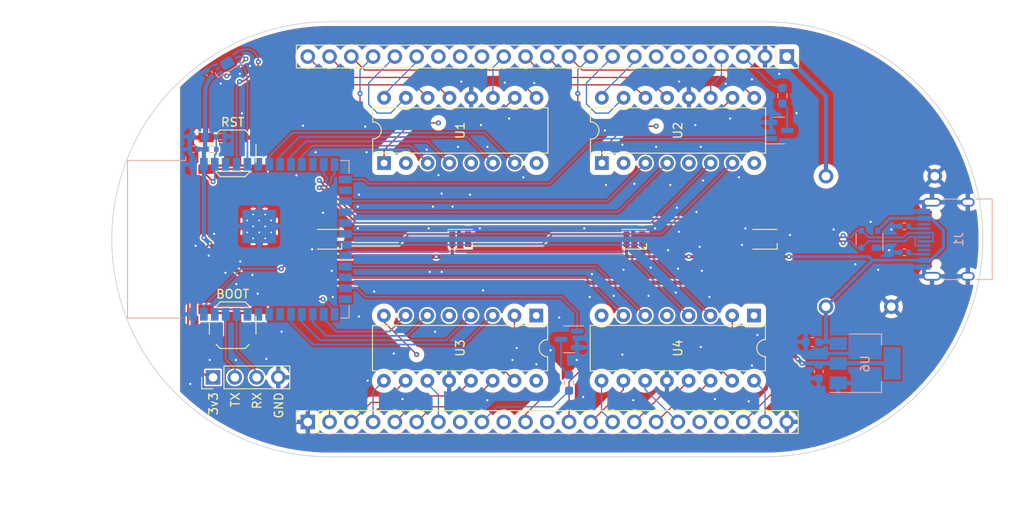
<source format=kicad_pcb>
(kicad_pcb (version 20221018) (generator pcbnew)
  (layers (0 "F.Cu" signal) (1 "In1.Cu" signal) (2 "In2.Cu" signal) (31 "B.Cu" signal) (34 "B.Paste" user) (35 "F.Paste" user) (36 "B.SilkS" user "B.Silkscreen") (37 "F.SilkS" user "F.Silkscreen") (38 "B.Mask" user) (39 "F.Mask" user) (44 "Edge.Cuts" user))
  (net 0 "")
  (net 1 "Net-(J1-CC1)")
  (net 2 "GND")
  (net 3 "Net-(J1-CC2)")
  (net 6 "+5V")
  (net 8 "D+")
  (net 9 "D-")
  (net 10 "1_8")
  (net 11 "1_9")
  (net 12 "1_2")
  (net 13 "1_3")
  (net 14 "1_7")
  (net 15 "1_6")
  (net 16 "1_4")
  (net 17 "1_5")
  (net 18 "1_1")
  (net 19 "1_0")
  (net 20 "RST")
  (net 21 "+3V3")
  (net 22 "Boot")
  (net 24 "SDA")
  (net 25 "SCL")
  (net 27 "RX")
  (net 28 "TX")
  (net 29 "Net-(Q2-D)")
  (net 30 "Net-(Q1-D)")
  (net 32 "C_RDP")
  (net 34 "C_LDP")
  (net 36 "Net-(D2-DOUT)")
  (net 41 "LED")
  (net 42 "Net-(D3-DOUT)")
  (net 43 "1_A")
  (net 44 "1_D")
  (net 45 "1_B")
  (net 46 "1_C")
  (net 47 "2_8")
  (net 48 "2_9")
  (net 49 "2_A")
  (net 50 "2_D")
  (net 51 "2_B")
  (net 52 "2_C")
  (net 53 "2_2")
  (net 54 "2_3")
  (net 55 "2_7")
  (net 56 "2_6")
  (net 57 "2_4")
  (net 58 "2_5")
  (net 59 "2_1")
  (net 60 "2_0")
  (net 61 "3_8")
  (net 62 "3_9")
  (net 63 "3_A")
  (net 64 "3_D")
  (net 65 "3_B")
  (net 66 "3_C")
  (net 67 "3_2")
  (net 68 "3_3")
  (net 69 "3_7")
  (net 70 "3_6")
  (net 71 "3_4")
  (net 72 "3_5")
  (net 73 "3_1")
  (net 74 "3_0")
  (net 75 "4_8")
  (net 76 "4_9")
  (net 77 "4_A")
  (net 78 "4_D")
  (net 79 "4_B")
  (net 80 "4_C")
  (net 81 "4_2")
  (net 82 "4_3")
  (net 83 "4_7")
  (net 84 "4_6")
  (net 85 "4_4")
  (net 86 "4_5")
  (net 87 "4_1")
  (net 88 "4_0")
  (net 89 "+170v")
  (net 90 "RDP")
  (net 91 "LDP")
  (net 92 "Net-(D4-DOUT)")
  (footprint "Package_DIP:DIP-16_W7.62mm" (layer "F.Cu") (at 176.515 92.72 -90)
    (fp_text reference "U3")
    (fp_text value "74141")
  )
  (footprint "omnixie:8200HV" (layer "F.Cu") (at 216.662 84.114 180)
    (fp_text reference "U7" hide)
    (fp_text value "~")
  )
  (footprint "LED_SMD:LED_WS2812B-2020_PLCC4_2.0x2.0mm" (layer "F.Cu") (at 203.2 83.82 180)
    (fp_text reference "D5" hide)
    (fp_text value "~")
  )
  (footprint "Package_DIP:DIP-16_W7.62mm" (layer "F.Cu") (at 184.165 74.92 90)
    (fp_text reference "U2")
    (fp_text value "74141")
  )
  (footprint "Connector_PinHeader_2.54mm:PinHeader_1x04_P2.54mm_Vertical" (layer "F.Cu") (at 138.811 99.949 90)
    (fp_text reference "J2" hide)
    (fp_text value "Debug")
  )
  (footprint "Package_DIP:DIP-16_W7.62mm" (layer "F.Cu") (at 201.915 92.72 -90)
    (fp_text reference "U4")
    (fp_text value "74141")
  )
  (footprint "Connector_PinSocket_2.54mm:PinSocket_1x23_P2.54mm_Vertical" (layer "F.Cu") (at 149.86 105.156 90)
    (fp_text reference "J4" hide)
    (fp_text value "Conn_01x23_Pin")
  )
  (footprint "Connector_PinSocket_2.54mm:PinSocket_1x23_P2.54mm_Vertical" (layer "F.Cu") (at 205.74 62.484 -90)
    (fp_text reference "J3" hide)
    (fp_text value "Conn_01x23_Pin")
  )
  (footprint "Button_Switch_SMD:SW_SPST_SKQG_WithStem" (layer "F.Cu") (at 141.097 73.787 180)
    (fp_text reference "SW1" hide)
    (fp_text value "SW_Push")
  )
  (footprint "LED_SMD:LED_WS2812B-2020_PLCC4_2.0x2.0mm" (layer "F.Cu") (at 187.96 83.82 180)
    (fp_text reference "D4" hide)
    (fp_text value "~")
  )
  (footprint "Button_Switch_SMD:SW_SPST_SKQG_WithStem" (layer "F.Cu") (at 141.097 93.853)
    (fp_text reference "SW2" hide)
    (fp_text value "SW_Push")
  )
  (footprint "LED_SMD:LED_WS2812B-2020_PLCC4_2.0x2.0mm" (layer "F.Cu") (at 167.64 83.82 180)
    (fp_text reference "D3" hide)
    (fp_text value "~")
  )
  (footprint "Package_DIP:DIP-16_W7.62mm" (layer "F.Cu") (at 158.765 74.92 90)
    (fp_text reference "U1")
    (fp_text value "74141")
  )
  (footprint "LED_SMD:LED_WS2812B-2020_PLCC4_2.0x2.0mm" (layer "F.Cu") (at 152.4 83.82 180)
    (fp_text reference "D2" hide)
    (fp_text value "~")
  )
  (footprint "Capacitor_SMD:C_0402_1005Metric" (layer "B.Cu") (at 136.5504 73.3044 180)
    (fp_text reference "C4" hide)
    (fp_text value "100n")
  )
  (footprint "Sensor_Ambient:WSOF6" (layer "B.Cu") (at 140.462 63.246 30)
    (fp_text reference "PD1")
    (fp_text value "BH1730")
  )
  (footprint "Capacitor_SMD:C_0402_1005Metric" (layer "B.Cu") (at 138.3792 64.4652 120)
    (fp_text reference "C6" hide)
    (fp_text value "100n")
  )
  (footprint "Capacitor_SMD:C_0402_1005Metric" (layer "B.Cu") (at 139.672 71.8312)
    (fp_text reference "C5" hide)
    (fp_text value "100n")
  )
  (footprint "Connector_USB:USB_C_Receptacle_HRO_TYPE-C-31-M-12" (layer "B.Cu") (at 225.806 83.82 -90)
    (fp_text reference "J1")
    (fp_text value "Type-C 31-M-12")
  )
  (footprint "Capacitor_SMD:C_0603_1608Metric" (layer "B.Cu") (at 208.712 95.824 180)
    (fp_text reference "C1" hide)
    (fp_text value "10u")
  )
  (footprint "Resistor_SMD:R_0402_1005Metric" (layer "B.Cu") (at 138.684 73.3044 180)
    (fp_text reference "R3" hide)
    (fp_text value "10k")
  )
  (footprint "Capacitor_SMD:C_0603_1608Metric" (layer "B.Cu") (at 137.1092 71.8312 180)
    (fp_text reference "C3" hide)
    (fp_text value "10u")
  )
  (footprint "Resistor_SMD:R_0402_1005Metric" (layer "B.Cu") (at 219.456 82.296 180)
    (fp_text reference "R1" hide)
    (fp_text value "5k1")
  )
  (footprint "Package_TO_SOT_SMD:SOT-143" (layer "B.Cu") (at 215.392 83.82 90)
    (fp_text reference "D1" hide)
    (fp_text value "PRTR5V0U2X")
  )
  (footprint "Capacitor_SMD:C_0603_1608Metric" (layer "B.Cu") (at 209.474 99.2632 -90)
    (fp_text reference "C2" hide)
    (fp_text value "10u")
  )
  (footprint "Resistor_SMD:R_0603_1608Metric_Pad0.98x0.95mm_HandSolder" (layer "B.Cu") (at 180.34 100.584 90)
    (fp_text reference "R5" hide)
    (fp_text value "TBD")
  )
  (footprint "Package_TO_SOT_SMD:SOT-23" (layer "B.Cu") (at 204.851 71.12)
    (fp_text reference "Q1" hide)
    (fp_text value "NMOS_GSD")
  )
  (footprint "Package_TO_SOT_SMD:SOT-223-3_TabPin2" (layer "B.Cu") (at 214.884 98.298)
    (fp_text reference "U6")
    (fp_text value "AMS1117-3.3")
  )
  (footprint "Resistor_SMD:R_0603_1608Metric_Pad0.98x0.95mm_HandSolder" (layer "B.Cu") (at 205.232 67.056 -90)
    (fp_text reference "R4" hide)
    (fp_text value "TBD")
  )
  (footprint "RF_Module:ESP32-S3-WROOM-1" (layer "B.Cu") (at 141.732 83.82 -90)
    (fp_text reference "U5" hide)
    (fp_text value "ESP32-S2-Solo")
  )
  (footprint "Resistor_SMD:R_0402_1005Metric" (layer "B.Cu") (at 219.456 85.344 180)
    (fp_text reference "R2" hide)
    (fp_text value "5k1")
  )
  (footprint "Package_TO_SOT_SMD:SOT-23" (layer "B.Cu") (at 180.34 95.504 180)
    (fp_text reference "Q2" hide)
    (fp_text value "NMOS_GSD")
  )
  (gr_line (start 152.4 109.22) (end 203.2 109.22) (stroke (width 0.1)) (layer "Edge.Cuts"))
  (gr_line (start 152.4 58.42) (end 203.2 58.42) (stroke (width 0.1)) (layer "Edge.Cuts"))
  (gr_arc (start 203.2 58.42) (mid 228.6 83.82) (end 203.2 109.22) (stroke (width 0.1)) (layer "Edge.Cuts"))
  (gr_arc (start 152.4 109.22) (mid 127 83.82) (end 152.4 58.42) (stroke (width 0.1)) (layer "Edge.Cuts"))
  (gr_text "RST" (at 141.097 70.739) (layer "F.SilkS") (effects (font (size 1 1)) (justify bottom)))
  (gr_text "TX" (at 141.986 101.6 90) (layer "F.SilkS") (effects (font (size 1 1)) (justify right bottom)))
  (gr_text "GND" (at 147.066 101.6 90) (layer "F.SilkS") (effects (font (size 1 1)) (justify right bottom)))
  (gr_text "BOOT" (at 141.097 90.805) (layer "F.SilkS") (effects (font (size 1 1)) (justify bottom)))
  (gr_text "RX" (at 144.526 101.6 90) (layer "F.SilkS") (effects (font (size 1 1)) (justify right bottom)))
  (gr_text "3v3" (at 139.446 101.6 90) (layer "F.SilkS") (effects (font (size 1 1)) (justify right bottom)))
  (segment (start 221.761 82.57) (end 220.24 82.57) (width 0.2) (layer "B.Cu") (net 1))
  (segment (start 220.24 82.57) (end 219.966 82.296) (width 0.2) (layer "B.Cu") (net 1))
  (via (at 143.4084 87.9856) (size 0.6) (drill 0.25) (layers "F.Cu" "B.Cu") (net 2))
  (via (at 155.829 78.613) (size 0.6) (drill 0.25) (layers "F.Cu" "B.Cu") (net 2))
  (via (at 170.815 73.025) (size 0.6) (drill 0.25) (layers "F.Cu" "B.Cu") (net 2))
  (via (at 157.607 89.916) (size 0.6) (drill 0.25) (layers "F.Cu" "B.Cu") (net 2))
  (via (at 136.144 100.711) (size 0.6) (drill 0.25) (layers "F.Cu" "B.Cu") (net 2))
  (via (at 182.753 90.551) (size 0.6) (drill 0.25) (layers "F.Cu" "B.Cu") (net 2))
  (via (at 197.358 102.489) (size 0.6) (drill 0.25) (layers "F.Cu" "B.Cu") (net 2))
  (via (at 200.5076 84.4804) (size 0.6) (drill 0.25) (layers "F.Cu" "B.Cu") (net 2))
  (via (at 189.611 90.424) (size 0.6) (drill 0.25) (layers "F.Cu" "B.Cu") (net 2))
  (via (at 182.118 82.55) (size 0.6) (drill 0.25) (layers "F.Cu" "B.Cu") (net 2))
  (via (at 165.481 87.63) (size 0.6) (drill 0.25) (layers "F.Cu" "B.Cu") (net 2))
  (via (at 198.628 65.659) (size 0.6) (drill 0.25) (layers "F.Cu" "B.Cu") (net 2))
  (via (at 192.151 77.47) (size 0.6) (drill 0.25) (layers "F.Cu" "B.Cu") (net 2))
  (via (at 156.845 100.33) (size 0.6) (drill 0.25) (layers "F.Cu" "B.Cu") (net 2))
  (via (at 186.563 72.771) (size 0.6) (drill 0.25) (layers "F.Cu" "B.Cu") (net 2))
  (via (at 215.519 81.788) (size 0.6) (drill 0.25) (layers "F.Cu" "B.Cu") (net 2))
  (via (at 181.991 102.235) (size 0.6) (drill 0.25) (layers "F.Cu" "B.Cu") (net 2))
  (via (at 195.707 96.393) (size 0.6) (drill 0.25) (layers "F.Cu" "B.Cu") (net 2))
  (via (at 204.851 64.516) (size 0.6) (drill 0.25) (layers "F.Cu" "B.Cu") (net 2))
  (via (at 196.723 90.551) (size 0.6) (drill 0.25) (layers "F.Cu" "B.Cu") (net 2))
  (via (at 195.072 70.485) (size 0.6) (drill 0.25) (layers "F.Cu" "B.Cu") (net 2))
  (via (at 193.167 65.405) (size 0.6) (drill 0.25) (layers "F.Cu" "B.Cu") (net 2))
  (via (at 185.547 90.424) (size 0.6) (drill 0.25) (layers "F.Cu" "B.Cu") (net 2))
  (via (at 175.006 76.581) (size 0.6) (drill 0.25) (layers "F.Cu" "B.Cu") (net 2))
  (via (at 192.913 80.137) (size 0.6) (drill 0.25) (layers "F.Cu" "B.Cu") (net 2))
  (via (at 155.702 82.55) (size 0.6) (drill 0.25) (layers "F.Cu" "B.Cu") (net 2))
  (via (at 193.04 87.249) (size 0.6) (drill 0.25) (layers "F.Cu" "B.Cu") (net 2))
  (via (at 217.932 82.677) (size 0.6) (drill 0.25) (layers "F.Cu" "B.Cu") (net 2))
  (via (at 167.386 73.025) (size 0.6) (drill 0.25) (layers "F.Cu" "B.Cu") (net 2))
  (via (at 192.786 90.043) (size 0.6) (drill 0.25) (layers "F.Cu" "B.Cu") (net 2))
  (via (at 164.465 80.01) (size 0.6) (drill 0.25) (layers "F.Cu" "B.Cu") (net 2))
  (via (at 143.129 63.5762) (size 0.6) (drill 0.25) (layers "F.Cu" "B.Cu") (net 2))
  (via (at 173.736 97.917) (size 0.6) (drill 0.25) (layers "F.Cu" "B.Cu") (net 2))
  (via (at 151.638 80.7212) (size 0.6) (drill 0.25) (layers "F.Cu" "B.Cu") (net 2))
  (via (at 211.201 82.677) (size 0.6) (drill 0.25) (layers "F.Cu" "B.Cu") (net 2))
  (via (at 195.707 73.025) (size 0.6) (drill 0.25) (layers "F.Cu" "B.Cu") (net 2))
  (via (at 200.152 76.581) (size 0.6) (drill 0.25) (layers "F.Cu" "B.Cu") (net 2))
  (via (at 186.563 97.282) (size 0.6) (drill 0.25) (layers "F.Cu" "B.Cu") (net 2))
  (via (at 163.957 82.55) (size 0.6) (drill 0.25) (layers "F.Cu" "B.Cu") (net 2))
  (via (at 178.181 96.774) (size 0.6) (drill 0.25) (layers "F.Cu" "B.Cu") (net 2))
  (via (at 156.5656 70.6628) (size 0.6) (drill 0.25) (layers "F.Cu" "B.Cu") (net 2))
  (via (at 199.136 69.723) (size 0.6) (drill 0.25) (layers "F.Cu" "B.Cu") (net 2))
  (via (at 150.7744 73.66) (size 0.6) (drill 0.25) (layers "F.Cu" "B.Cu") (net 2))
  (via (at 201.676 98.552) (size 0.6) (drill 0.25) (layers "F.Cu" "B.Cu") (net 2))
  (via (at 170.815 102.616) (size 0.6) (drill 0.25) (layers "F.Cu" "B.Cu") (net 2))
  (via (at 186.69 87.376) (size 0.6) (drill 0.25) (layers "F.Cu" "B.Cu") (net 2))
  (via (at 145.034 97.79) (size 0.6) (drill 0.25) (layers "F.Cu" "B.Cu") (net 2))
  (via (at 213.741 86.741) (size 0.6) (drill 0.25) (layers "F.Cu" "B.Cu") (net 2))
  (via (at 189.865 87.122) (size 0.6) (drill 0.25) (layers "F.Cu" "B.Cu") (net 2))
  (via (at 140.2588 87.7316) (size 0.6) (drill 0.25) (layers "F.Cu" "B.Cu") (net 2))
  (via (at 176.53 98.425) (size 0.6) (drill 0.25) (layers "F.Cu" "B.Cu") (net 2))
  (via (at 138.303 85.725) (size 0.6) (drill 0.25) (layers "F.Cu" "B.Cu") (net 2))
  (via (at 138.43 97.917) (size 0.6) (drill 0.25) (layers "F.Cu" "B.Cu") (net 2))
  (via (at 156.718 73.66) (size 0.6) (drill 0.25) (layers "F.Cu" "B.Cu") (net 2))
  (via (at 149.3012 70.5612) (size 0.6) (drill 0.25) (layers "F.Cu" "B.Cu") (net 2))
  (via (at 184.658 77.47) (size 0.6) (drill 0.25) (layers "F.Cu" "B.Cu") (net 2))
  (via (at 164.719 94.615) (size 0.6) (drill 0.25) (layers "F.Cu" "B.Cu") (net 2))
  (via (at 160.909 102.489) (size 0.6) (drill 0.25) (layers "F.Cu" "B.Cu") (net 2))
  (via (at 179.197 92.964) (size 0.6) (drill 0.25) (layers "F.Cu" "B.Cu") (net 2))
  (via (at 173.355 69.723) (size 0.6) (drill 0.25) (layers "F.Cu" "B.Cu") (net 2))
  (via (at 150.368 84.9884) (size 0.6) (drill 0.25) (layers "F.Cu" "B.Cu") (net 2))
  (via (at 141.478 97.917) (size 0.6) (drill 0.25) (layers "F.Cu" "B.Cu") (net 2))
  (via (at 206.121 83.312) (size 0.6) (drill 0.25) (layers "F.Cu" "B.Cu") (net 2))
  (via (at 190.5 73.025) (size 0.6) (drill 0.25) (layers "F.Cu" "B.Cu") (net 2))
  (via (at 184.531 71.12) (size 0.6) (drill 0.25) (layers "F.Cu" "B.Cu") (net 2))
  (via (at 200.914 82.55) (size 0.6) (drill 0.25) (layers "F.Cu" "B.Cu") (net 2))
  (via (at 144.018 90.17) (size 0.6) (drill 0.25) (layers "F.Cu" "B.Cu") (net 2))
  (via (at 166.751 80.01) (size 0.6) (drill 0.25) (layers "F.Cu" "B.Cu") (net 2))
  (via (at 165.1 76.327) (size 0.6) (drill 0.25) (layers "F.Cu" "B.Cu") (net 2))
  (via (at 201.295 102.743) (size 0.6) (drill 0.25) (layers "F.Cu" "B.Cu") (net 2))
  (via (at 159.893 97.155) (size 0.6) (drill 0.25) (layers "F.Cu" "B.Cu") (net 2))
  (via (at 216.408 87.376) (size 0.6) (drill 0.25) (layers "F.Cu" "B.Cu") (net 2))
  (via (at 138.938 83.185) (size 0.6) (drill 0.25) (layers "F.Cu" "B.Cu") (net 2))
  (via (at 163.7284 73.3552) (size 0.6) (drill 0.25) (layers "F.Cu" "B.Cu") (net 2))
  (via (at 152.654 87.503) (size 0.6) (drill 0.25) (layers "F.Cu" "B.Cu") (net 2))
  (via (at 142.1892 69.1134) (size 0.6) (drill 0.25) (layers "F.Cu" "B.Cu") (net 2))
  (via (at 146.812 94.615) (size 0.6) (drill 0.25) (layers "F.Cu" "B.Cu") (net 2))
  (via (at 164.084 87.63) (size 0.6) (drill 0.25) (layers "F.Cu" "B.Cu") (net 2))
  (via (at 141.5288 89.0524) (size 0.6) (drill 0.25) (layers "F.Cu" "B.Cu") (net 2))
  (via (at 193.167 82.931) (size 0.6) (drill 0.25) (layers "F.Cu" "B.Cu") (net 2))
  (via (at 195.961 76.962) (size 0.6) (drill 0.25) (layers "F.Cu" "B.Cu") (net 2))
  (via (at 168.783 78.613) (size 0.6) (drill 0.25) (layers "F.Cu" "B.Cu") (net 2))
  (via (at 190.373 82.55) (size 0.6) (drill 0.25) (layers "F.Cu" "B.Cu") (net 2))
  (via (at 136.779 84.582) (size 0.6) (drill 0.25) (layers "F.Cu" "B.Cu") (net 2))
  (via (at 187.96 77.343) (size 0.6) (drill 0.25) (layers "F.Cu" "B.Cu") (net 2))
  (via (at 141.986 86.4108) (size 0.6) (drill 0.25) (layers "F.Cu" "B.Cu") (net 2))
  (via (at 195.199 80.645) (size 0.6) (drill 0.25) (layers "F.Cu" "B.Cu") (net 2))
  (via (at 170.053 70.485) (size 0.6) (drill 0.25) (layers "F.Cu" "B.Cu") (net 2))
  (via (at 169.926 82.55) (size 0.6) (drill 0.25) (layers "F.Cu" "B.Cu") (net 2))
  (via (at 155.829 92.837) (size 0.6) (drill 0.25) (layers "F.Cu" "B.Cu") (net 2))
  (via (at 174.244 96.52) (size 0.6) (drill 0.25) (layers "F.Cu" "B.Cu") (net 2))
  (via (at 191.897 85.09) (size 0.6) (drill 0.25) (layers "F.Cu" "B.Cu") (net 2))
  (via (at 139.7 65.6336) (size 0.6) (drill 0.25) (layers "F.Cu" "B.Cu") (net 2))
  (via (at 155.702 80.01) (size 0.6) (drill 0.25) (layers "F.Cu" "B.Cu") (net 2))
  (via (at 195.834 87.503) (size 0.6) (drill 0.25) (layers "F.Cu" "B.Cu") (net 2))
  (via (at 201.676 65.151) (size 0.6) (drill 0.25) (layers "F.Cu" "B.Cu") (net 2))
  (via (at 172.847 65.532) (size 0.6) (drill 0.25) (layers "F.Cu" "B.Cu") (net 2))
  (via (at 181.229 97.917) (size 0.6) (drill 0.25) (layers "F.Cu" "B.Cu") (net 2))
  (via (at 202.311 94.996) (size 0.6) (drill 0.25) (layers "F.Cu" "B.Cu") (net 2))
  (via (at 141.9352 64.4906) (size 0.6) (drill 0.25) (layers "F.Cu" "B.Cu") (net 2))
  (via (at 206.883 69.088) (size 0.6) (drill 0.25) (layers "F.Cu" "B.Cu") (net 2))
  (via (at 183.007 87.884) (size 0.6) (drill 0.25) (layers "F.Cu" "B.Cu") (net 2))
  (via (at 217.678 85.09) (size 0.6) (drill 0.25) (layers "F.Cu" "B.Cu") (net 2))
  (via (at 152.781 90.551) (size 0.6) (drill 0.25) (layers "F.Cu" "B.Cu") (net 2))
  (via (at 187.833 102.616) (size 0.6) (drill 0.25) (layers "F.Cu" "B.Cu") (net 2))
  (via (at 176.276 65.5828) (size 0.6) (drill 0.25) (layers "F.Cu" "B.Cu") (net 2))
  (via (at 165.481 78.486) (size 0.6) (drill 0.25) (layers "F.Cu" "B.Cu") (net 2))
  (via (at 167.767 65.405) (size 0.6) (drill 0.25) (layers "F.Cu" "B.Cu") (net 2))
  (via (at 148.5392 76.3524) (size 0.6) (drill 0.25) (layers "F.Cu" "B.Cu") (net 2))
  (via (at 195.58 84.709) (size 0.6) (drill 0.25) (layers "F.Cu" "B.Cu") (net 2))
  (via (at 170.307 89.789) (size 0.6) (drill 0.25) (layers "F.Cu" "B.Cu") (net 2))
  (segment (start 221.761 87.903) (end 221.998 88.14) (width 0.5) (layer "B.Cu") (net 2))
  (segment (start 136.0704 73.7388) (end 136.0704 73.3044) (width 0.5) (layer "B.Cu") (net 2))
  (segment (start 221.761 87.07) (end 221.761 87.903) (width 0.5) (layer "B.Cu") (net 2))
  (segment (start 221.998 88.14) (end 222.676 88.14) (width 0.5) (layer "B.Cu") (net 2))
  (segment (start 136.0704 72.095) (end 136.0704 73.3044) (width 0.5) (layer "B.Cu") (net 2))
  (segment (start 136.472 74.1404) (end 136.0704 73.7388) (width 0.5) (layer "B.Cu") (net 2))
  (segment (start 136.472 75.07) (end 136.472 74.1404) (width 0.5) (layer "B.Cu") (net 2))
  (segment (start 138.492737 63.69597) (end 138.1392 64.049508) (width 0.2) (layer "B.Cu") (net 2))
  (segment (start 136.3342 71.8312) (end 136.0704 72.095) (width 0.5) (layer "B.Cu") (net 2))
  (arc (start 139.108148 63.441059) (mid 138.77509 63.507308) (end 138.492737 63.69597) (width 0.2) (layer "B.Cu") (net 2))
  (segment (start 220.192 85.57) (end 219.966 85.344) (width 0.2) (layer "B.Cu") (net 3))
  (segment (start 221.761 85.57) (end 220.192 85.57) (width 0.2) (layer "B.Cu") (net 3))
  (segment (start 151.485 84.37) (end 151.485 85.191) (width 0.5) (layer "F.Cu") (net 6))
  (segment (start 202.285 85.699) (end 202.285 84.37) (width 0.35) (layer "F.Cu") (net 6))
  (segment (start 152.146 85.852) (end 168.207 85.852) (width 0.5) (layer "F.Cu") (net 6))
  (segment (start 202.438 85.852) (end 196.85 85.852) (width 0.35) (layer "F.Cu") (net 6))
  (segment (start 196.85 85.852) (end 194.31 85.852) (width 0.35) (layer "F.Cu") (net 6))
  (segment (start 202.438 85.852) (end 202.285 85.699) (width 0.35) (layer "F.Cu") (net 6))
  (segment (start 187.045 85.699) (end 187.045 84.37) (width 0.35) (layer "F.Cu") (net 6))
  (segment (start 168.207 85.852) (end 166.878 85.852) (width 0.35) (layer "F.Cu") (net 6))
  (segment (start 187.198 85.852) (end 168.207 85.852) (width 0.35) (layer "F.Cu") (net 6))
  (segment (start 166.878 85.852) (end 166.725 85.699) (width 0.35) (layer "F.Cu") (net 6))
  (segment (start 194.31 85.852) (end 187.198 85.852) (width 0.35) (layer "F.Cu") (net 6))
  (segment (start 187.198 85.852) (end 187.045 85.699) (width 0.35) (layer "F.Cu") (net 6))
  (segment (start 151.485 85.191) (end 152.146 85.852) (width 0.5) (layer "F.Cu") (net 6))
  (segment (start 205.994 85.852) (end 202.438 85.852) (width 0.35) (layer "F.Cu") (net 6))
  (segment (start 166.725 85.699) (end 166.725 84.37) (width 0.35) (layer "F.Cu") (net 6))
  (via (at 164.846 85.852) (size 0.6) (drill 0.25) (layers "F.Cu" "B.Cu") (net 6))
  (via (at 205.994 85.852) (size 0.6) (drill 0.25) (layers "F.Cu" "B.Cu") (net 6))
  (via (at 194.31 85.852) (size 0.6) (drill 0.25) (layers "F.Cu" "B.Cu") (net 6))
  (segment (start 221.761 81.37) (end 222.58534 81.37) (width 0.35) (layer "B.Cu") (net 6))
  (segment (start 221.761 81.37) (end 217.792 81.37) (width 0.35) (layer "B.Cu") (net 6))
  (segment (start 215.736 86.27) (end 210.312 91.694) (width 0.35) (layer "B.Cu") (net 6))
  (segment (start 222.58534 81.37) (end 224.028 82.81266) (width 0.35) (layer "B.Cu") (net 6))
  (segment (start 215.736 86.27) (end 215.318 85.852) (width 0.35) (layer "B.Cu") (net 6))
  (segment (start 209.487 95.824) (end 210.312 95.824) (width 0.5) (layer "B.Cu") (net 6))
  (segment (start 215.318 85.852) (end 205.994 85.852) (width 0.35) (layer "B.Cu") (net 6))
  (segment (start 224.028 82.81266) (end 224.028 84.7725) (width 0.35) (layer "B.Cu") (net 6))
  (segment (start 221.761 86.27) (end 215.736 86.27) (width 0.35) (layer "B.Cu") (net 6))
  (segment (start 224.028 84.7725) (end 222.5305 86.27) (width 0.35) (layer "B.Cu") (net 6))
  (segment (start 222.5305 86.27) (end 221.761 86.27) (width 0.35) (layer "B.Cu") (net 6))
  (segment (start 210.312 91.694) (end 210.312 95.824) (width 0.5) (layer "B.Cu") (net 6))
  (segment (start 211.56 95.824) (end 211.734 95.998) (width 0.5) (layer "B.Cu") (net 6))
  (segment (start 210.312 95.824) (end 211.56 95.824) (width 0.5) (layer "B.Cu") (net 6))
  (segment (start 217.792 81.37) (end 216.342 82.82) (width 0.35) (layer "B.Cu") (net 6))
  (segment (start 212.12079 84.045001) (end 212.320789 84.245) (width 0.2) (layer "F.Cu") (net 8))
  (segment (start 151.414499 77.795319) (end 155.50518 81.886) (width 0.2) (layer "F.Cu") (net 8))
  (segment (start 155.50518 81.886) (end 208.4408 81.886) (width 0.2) (layer "F.Cu") (net 8))
  (segment (start 208.4408 81.886) (end 210.599801 84.045001) (width 0.2) (layer "F.Cu") (net 8))
  (segment (start 210.599801 84.045001) (end 212.12079 84.045001) (width 0.2) (layer "F.Cu") (net 8))
  (segment (start 151.200896 77.795319) (end 151.414499 77.795319) (width 0.2) (layer "F.Cu") (net 8))
  (via (at 151.200896 77.795319) (size 0.6) (drill 0.25) (layers "F.Cu" "B.Cu") (net 8))
  (via (at 212.320789 84.245) (size 0.6) (drill 0.25) (layers "F.Cu" "B.Cu") (net 8))
  (segment (start 214.492 84.82) (end 215.267 84.045) (width 0.2) (layer "B.Cu") (net 8))
  (segment (start 220.786 84.57) (end 221.761 84.57) (width 0.2) (layer "B.Cu") (net 8))
  (segment (start 221.761 83.57) (end 220.786 83.57) (width 0.2) (layer "B.Cu") (net 8))
  (segment (start 220.0492 83.545) (end 220.902499 83.545) (width 0.2) (layer "B.Cu") (net 8))
  (segment (start 220.927499 83.57) (end 221.761 83.57) (width 0.2) (layer "B.Cu") (net 8))
  (segment (start 151.400895 77.59532) (end 151.200896 77.795319) (width 0.2) (layer "B.Cu") (net 8))
  (segment (start 215.267 84.045) (end 219.5492 84.045) (width 0.2) (layer "B.Cu") (net 8))
  (segment (start 220.902499 83.545) (end 220.927499 83.57) (width 0.2) (layer "B.Cu") (net 8))
  (segment (start 152.982 75.07) (end 152.982 76.195001) (width 0.2) (layer "B.Cu") (net 8))
  (segment (start 219.5492 84.045) (end 220.0492 83.545) (width 0.2) (layer "B.Cu") (net 8))
  (segment (start 213.916999 84.82) (end 213.141998 84.045001) (width 0.2) (layer "B.Cu") (net 8))
  (segment (start 220.786 83.57) (end 220.726 83.63) (width 0.2) (layer "B.Cu") (net 8))
  (segment (start 213.141998 84.045001) (end 212.520788 84.045001) (width 0.2) (layer "B.Cu") (net 8))
  (segment (start 152.982 76.195001) (end 152.572 76.605001) (width 0.2) (layer "B.Cu") (net 8))
  (segment (start 220.726 84.51) (end 220.786 84.57) (width 0.2) (layer "B.Cu") (net 8))
  (segment (start 214.442 84.82) (end 214.492 84.82) (width 0.2) (layer "B.Cu") (net 8))
  (segment (start 152.572 77.108199) (end 152.084879 77.59532) (width 0.2) (layer "B.Cu") (net 8))
  (segment (start 212.520788 84.045001) (end 212.320789 84.245) (width 0.2) (layer "B.Cu") (net 8))
  (segment (start 152.572 76.605001) (end 152.572 77.108199) (width 0.2) (layer "B.Cu") (net 8))
  (segment (start 214.442 84.82) (end 213.916999 84.82) (width 0.2) (layer "B.Cu") (net 8))
  (segment (start 220.726 83.63) (end 220.726 84.51) (width 0.2) (layer "B.Cu") (net 8))
  (segment (start 152.084879 77.59532) (end 151.400895 77.59532) (width 0.2) (layer "B.Cu") (net 8))
  (segment (start 210.786199 83.594999) (end 212.12079 83.594999) (width 0.2) (layer "F.Cu") (net 9))
  (segment (start 155.691577 81.436) (end 208.6272 81.436) (width 0.2) (layer "F.Cu") (net 9))
  (segment (start 212.12079 83.594999) (end 212.320789 83.395) (width 0.2) (layer "F.Cu") (net 9))
  (segment (start 208.6272 81.436) (end 210.786199 83.594999) (width 0.2) (layer "F.Cu") (net 9))
  (segment (start 151.200896 76.945319) (end 155.691577 81.436) (width 0.2) (layer "F.Cu") (net 9))
  (via (at 212.320789 83.395) (size 0.6) (drill 0.25) (layers "F.Cu" "B.Cu") (net 9))
  (via (at 151.200896 76.945319) (size 0.6) (drill 0.25) (layers "F.Cu" "B.Cu") (net 9))
  (segment (start 213.141998 83.594999) (end 212.520788 83.594999) (width 0.2) (layer "B.Cu") (net 9))
  (segment (start 219.8628 83.095) (end 220.902499 83.095) (width 0.2) (layer "B.Cu") (net 9))
  (segment (start 222.736 84.07) (end 221.761 84.07) (width 0.2) (layer "B.Cu") (net 9))
  (segment (start 222.736 83.07) (end 222.786 83.12) (width 0.2) (layer "B.Cu") (net 9))
  (segment (start 214.492 82.82) (end 215.267 83.595) (width 0.2) (layer "B.Cu") (net 9))
  (segment (start 151.712 76.195001) (end 152.122 76.605001) (width 0.2) (layer "B.Cu") (net 9))
  (segment (start 222.786 84.02) (end 222.736 84.07) (width 0.2) (layer "B.Cu") (net 9))
  (segment (start 152.122 76.921801) (end 151.898483 77.145318) (width 0.2) (layer "B.Cu") (net 9))
  (segment (start 222.786 83.12) (end 222.786 84.02) (width 0.2) (layer "B.Cu") (net 9))
  (segment (start 152.122 76.605001) (end 152.122 76.921801) (width 0.2) (layer "B.Cu") (net 9))
  (segment (start 221.761 83.07) (end 222.736 83.07) (width 0.2) (layer "B.Cu") (net 9))
  (segment (start 151.400895 77.145318) (end 151.200896 76.945319) (width 0.2) (layer "B.Cu") (net 9))
  (segment (start 151.712 75.07) (end 151.712 76.195001) (width 0.2) (layer "B.Cu") (net 9))
  (segment (start 220.902499 83.095) (end 220.927499 83.07) (width 0.2) (layer "B.Cu") (net 9))
  (segment (start 214.442 82.82) (end 214.492 82.82) (width 0.2) (layer "B.Cu") (net 9))
  (segment (start 213.916999 82.82) (end 213.141998 83.594999) (width 0.2) (layer "B.Cu") (net 9))
  (segment (start 214.442 82.82) (end 213.916999 82.82) (width 0.2) (layer "B.Cu") (net 9))
  (segment (start 215.267 83.595) (end 219.3628 83.595) (width 0.2) (layer "B.Cu") (net 9))
  (segment (start 220.927499 83.07) (end 221.761 83.07) (width 0.2) (layer "B.Cu") (net 9))
  (segment (start 219.3628 83.595) (end 219.8628 83.095) (width 0.2) (layer "B.Cu") (net 9))
  (segment (start 151.898483 77.145318) (end 151.400895 77.145318) (width 0.2) (layer "B.Cu") (net 9))
  (segment (start 212.520788 83.594999) (end 212.320789 83.395) (width 0.2) (layer "B.Cu") (net 9))
  (segment (start 158.765 73.391) (end 158.765 74.92) (width 0.15) (layer "F.Cu") (net 10))
  (segment (start 165.1 70.231) (end 161.925 70.231) (width 0.15) (layer "F.Cu") (net 10))
  (segment (start 161.925 70.231) (end 158.765 73.391) (width 0.15) (layer "F.Cu") (net 10))
  (via (at 165.1 70.231) (size 0.6) (drill 0.25) (layers "F.Cu" "B.Cu") (net 10))
  (segment (start 173.3038 64.0588) (end 176.545 67.3) (width 0.15) (layer "F.Cu") (net 13))
  (segment (start 156.4898 64.0588) (end 173.3038 64.0588) (width 0.15) (layer "F.Cu") (net 13))
  (segment (start 154.94 62.509) (end 156.4898 64.0588) (width 0.15) (layer "F.Cu") (net 13))
  (segment (start 157.48 69.85) (end 155.956 68.326) (width 0.15) (layer "F.Cu") (net 14))
  (segment (start 172.09 69.215) (end 161.163 69.215) (width 0.15) (layer "F.Cu") (net 14))
  (segment (start 160.528 69.85) (end 157.48 69.85) (width 0.15) (layer "F.Cu") (net 14))
  (segment (start 174.005 67.3) (end 172.09 69.215) (width 0.15) (layer "F.Cu") (net 14))
  (segment (start 155.956 68.326) (end 155.956 66.802) (width 0.15) (layer "F.Cu") (net 14))
  (segment (start 161.163 69.215) (end 160.528 69.85) (width 0.15) (layer "F.Cu") (net 14))
  (via (at 155.956 66.802) (size 0.6) (drill 0.25) (layers "F.Cu" "B.Cu") (net 14))
  (segment (start 155.956 66.802) (end 155.956 64.033) (width 0.15) (layer "B.Cu") (net 14))
  (segment (start 155.956 64.033) (end 157.48 62.509) (width 0.15) (layer "B.Cu") (net 14))
  (segment (start 171.465 63.764) (end 172.72 62.509) (width 0.15) (layer "B.Cu") (net 15))
  (segment (start 171.465 67.3) (end 171.465 63.764) (width 0.15) (layer "B.Cu") (net 15))
  (segment (start 152.4 62.509) (end 154.8134 64.9224) (width 0.15) (layer "F.Cu") (net 16))
  (segment (start 164.0074 64.9224) (end 166.385 67.3) (width 0.15) (layer "F.Cu") (net 16))
  (segment (start 154.8134 64.9224) (end 164.0074 64.9224) (width 0.15) (layer "F.Cu") (net 16))
  (segment (start 153.137 65.786) (end 149.86 62.509) (width 0.15) (layer "F.Cu") (net 17))
  (segment (start 162.331 65.786) (end 153.137 65.786) (width 0.15) (layer "F.Cu") (net 17))
  (segment (start 163.845 67.3) (end 162.331 65.786) (width 0.15) (layer "F.Cu") (net 17))
  (segment (start 159.517 69.088) (end 157.988 69.088) (width 0.15) (layer "B.Cu") (net 18))
  (segment (start 156.972 68.072) (end 156.972 65.557) (width 0.15) (layer "B.Cu") (net 18))
  (segment (start 161.305 67.3) (end 159.517 69.088) (width 0.15) (layer "B.Cu") (net 18))
  (segment (start 157.988 69.088) (end 156.972 68.072) (width 0.15) (layer "B.Cu") (net 18))
  (segment (start 156.972 65.557) (end 160.02 62.509) (width 0.15) (layer "B.Cu") (net 18))
  (segment (start 158.765 67.3) (end 158.765 66.914) (width 0.15) (layer "B.Cu") (net 19))
  (segment (start 162.56 63.119) (end 162.56 62.509) (width 0.15) (layer "B.Cu") (net 19))
  (segment (start 158.765 66.914) (end 162.56 63.119) (width 0.15) (layer "B.Cu") (net 19))
  (segment (start 138.811 77.089) (end 137.997 76.275) (width 0.2) (layer "F.Cu") (net 20))
  (segment (start 144.197 75.637) (end 137.997 75.637) (width 0.2) (layer "F.Cu") (net 20))
  (segment (start 137.997 76.275) (end 137.997 75.637) (width 0.2) (layer "F.Cu") (net 20))
  (via (at 138.811 77.089) (size 0.6) (drill 0.25) (layers "F.Cu" "B.Cu") (net 20))
  (segment (start 139.012 73.9807) (end 139.194 73.7987) (width 0.2) (layer "B.Cu") (net 20))
  (segment (start 139.012 75.07) (end 139.012 73.9807) (width 0.2) (layer "B.Cu") (net 20))
  (segment (start 139.194 73.3044) (end 139.194 71.8332) (width 0.2) (layer "B.Cu") (net 20))
  (segment (start 139.012 76.888) (end 139.012 75.07) (width 0.2) (layer "B.Cu") (net 20))
  (segment (start 139.194 73.7987) (end 139.194 73.3044) (width 0.2) (layer "B.Cu") (net 20))
  (segment (start 139.194 71.8332) (end 139.192 71.8312) (width 0.2) (layer "B.Cu") (net 20))
  (segment (start 138.811 77.089) (end 139.012 76.888) (width 0.2) (layer "B.Cu") (net 20))
  (segment (start 135.89 97.663) (end 135.89 86.868) (width 0.2) (layer "F.Cu") (net 21))
  (segment (start 207.518 98.298) (end 207.01 97.79) (width 0.5) (layer "F.Cu") (net 21))
  (segment (start 143.002 88.9) (end 204.47 88.9) (width 0.5) (layer "F.Cu") (net 21))
  (segment (start 205.74 96.52) (end 207.01 97.79) (width 0.5) (layer "F.Cu") (net 21))
  (segment (start 204.47 88.9) (end 205.74 90.17) (width 0.5) (layer "F.Cu") (net 21))
  (segment (start 138.3792 84.2772) (end 137.742 83.64) (width 0.5) (layer "F.Cu") (net 21))
  (segment (start 205.74 90.17) (end 205.74 96.52) (width 0.5) (layer "F.Cu") (net 21))
  (segment (start 138.176 99.949) (end 135.89 97.663) (width 0.2) (layer "F.Cu") (net 21))
  (segment (start 138.3792 84.2772) (end 143.002 88.9) (width 0.5) (layer "F.Cu") (net 21))
  (segment (start 135.89 86.868) (end 138.43 84.328) (width 0.2) (layer "F.Cu") (net 21))
  (segment (start 138.811 99.949) (end 138.176 99.949) (width 0.2) (layer "F.Cu") (net 21))
  (segment (start 140.844805 64.564995) (end 142.6464 62.7634) (width 0.2) (layer "F.Cu") (net 21))
  (via (at 137.742 83.64) (size 0.6) (drill 0.25) (layers "F.Cu" "B.Cu") (net 21))
  (via (at 207.518 98.298) (size 0.6) (drill 0.25) (layers "F.Cu" "B.Cu") (net 21))
  (via (at 138.43 84.328) (size 0.6) (drill 0.25) (layers "F.Cu" "B.Cu") (net 21))
  (via (at 142.6464 62.7634) (size 0.6) (drill 0.25) (layers "F.Cu" "B.Cu") (net 21))
  (via (at 207.01 97.79) (size 0.6) (drill 0.25) (layers "F.Cu" "B.Cu") (net 21))
  (via (at 140.4112 64.7446) (size 0.6) (drill 0.25) (layers "F.Cu" "B.Cu") (net 21))
  (arc (start 140.4112 64.7446) (mid 140.645865 64.697922) (end 140.844805 64.564995) (width 0.2) (layer "F.Cu") (net 21))
  (segment (start 207.518 98.298) (end 207.01 97.79) (width 0.5) (layer "B.Cu") (net 21))
  (segment (start 137.8842 71.8312) (end 137.8842 66.655338) (width 0.5) (layer "B.Cu") (net 21))
  (segment (start 137.8842 73.1898) (end 137.7696 73.3044) (width 0.5) (layer "B.Cu") (net 21))
  (segment (start 218.034 98.298) (end 211.734 98.298) (width 0.5) (layer "B.Cu") (net 21))
  (segment (start 142.1384 62.5094) (end 141.807136 62.5094) (width 0.2) (layer "B.Cu") (net 21))
  (segment (start 207.518 98.298) (end 209.2838 98.298) (width 0.5) (layer "B.Cu") (net 21))
  (segment (start 139.616148 64.320941) (end 139.777192 64.481985) (width 0.2) (layer "B.Cu") (net 21))
  (segment (start 139.3652 64.571888) (end 139.616148 64.320941) (width 0.2) (layer "B.Cu") (net 21))
  (segment (start 209.2838 98.298) (end 209.474 98.4882) (width 0.5) (layer "B.Cu") (net 21))
  (segment (start 137.742 83.64) (end 138.43 84.328) (width 0.5) (layer "B.Cu") (net 21))
  (segment (start 137.742 73.332) (end 137.7696 73.3044) (width 0.5) (layer "B.Cu") (net 21))
  (segment (start 142.6464 62.7634) (end 142.572005 62.689005) (width 0.2) (layer "B.Cu") (net 21))
  (segment (start 137.742 75.07) (end 137.742 73.332) (width 0.5) (layer "B.Cu") (net 21))
  (segment (start 137.8842 71.8312) (end 137.8842 73.1898) (width 0.5) (layer "B.Cu") (net 21))
  (segment (start 137.7696 73.3044) (end 137.0304 73.3044) (width 0.5) (layer "B.Cu") (net 21))
  (segment (start 211.734 98.298) (end 207.518 98.298) (width 0.5) (layer "B.Cu") (net 21))
  (segment (start 137.742 83.64) (end 137.742 75.07) (width 0.5) (layer "B.Cu") (net 21))
  (segment (start 138.174 73.3044) (end 137.7696 73.3044) (width 0.5) (layer "B.Cu") (net 21))
  (arc (start 139.777192 64.481985) (mid 140.068077 64.676349) (end 140.4112 64.7446) (width 0.2) (layer "B.Cu") (net 21))
  (arc (start 141.807136 62.5094) (mid 141.67439 62.535805) (end 141.561852 62.611) (width 0.2) (layer "B.Cu") (net 21))
  (arc (start 137.8842 66.655338) (mid 138.07522 65.695015) (end 138.6192 64.880892) (width 0.5) (layer "B.Cu") (net 21))
  (arc (start 138.6192 64.880892) (mid 139.022933 64.800585) (end 139.3652 64.571888) (width 0.2) (layer "B.Cu") (net 21))
  (arc (start 142.572005 62.689005) (mid 142.373066 62.556078) (end 142.1384 62.5094) (width 0.2) (layer "B.Cu") (net 21))
  (segment (start 144.598 92.003) (end 144.197 92.003) (width 0.2) (layer "F.Cu") (net 22))
  (segment (start 144.197 92.003) (end 137.997 92.003) (width 0.2) (layer "F.Cu") (net 22))
  (segment (start 145.796 90.805) (end 144.598 92.003) (width 0.2) (layer "F.Cu") (net 22))
  (segment (start 151.638 90.805) (end 145.796 90.805) (width 0.2) (layer "F.Cu") (net 22))
  (via (at 151.638 90.805) (size 0.6) (drill 0.25) (layers "F.Cu" "B.Cu") (net 22))
  (segment (start 151.638 90.805) (end 152.982 92.149) (width 0.2) (layer "B.Cu") (net 22))
  (segment (start 152.982 92.149) (end 152.982 92.57) (width 0.2) (layer "B.Cu") (net 22))
  (segment (start 144.0942 63.308069) (end 144.0942 63.0936) (width 0.2) (layer "F.Cu") (net 24))
  (segment (start 142.733649 65.06375) (end 143.8148 63.9826) (width 0.2) (layer "F.Cu") (net 24))
  (via (at 144.0942 63.0936) (size 0.6) (drill 0.25) (layers "F.Cu" "B.Cu") (net 24))
  (via (at 141.9098 65.405) (size 0.6) (drill 0.25) (layers "F.Cu" "B.Cu") (net 24))
  (arc (start 143.8148 63.9826) (mid 144.021587 63.673122) (end 144.0942 63.308069) (width 0.2) (layer "F.Cu") (net 24))
  (arc (start 141.9098 65.405) (mid 142.355664 65.316312) (end 142.733649 65.06375) (width 0.2) (layer "F.Cu") (net 24))
  (segment (start 142.799548 61.6204) (end 142.63726 61.6204) (width 0.2) (layer "B.Cu") (net 24))
  (segment (start 141.552 75.07) (end 141.552 66.268805) (width 0.2) (layer "B.Cu") (net 24))
  (segment (start 143.663148 62.052947) (end 143.5354 61.9252) (width 0.2) (layer "B.Cu") (net 24))
  (arc (start 143.5354 61.9252) (mid 143.197789 61.699615) (end 142.799548 61.6204) (width 0.2) (layer "B.Cu") (net 24))
  (arc (start 144.0942 63.0936) (mid 143.982173 62.530403) (end 143.663148 62.052947) (width 0.2) (layer "B.Cu") (net 24))
  (arc (start 142.63726 61.6204) (mid 141.91779 61.763512) (end 141.307852 62.171059) (width 0.2) (layer "B.Cu") (net 24))
  (arc (start 141.552 66.268805) (mid 141.644989 65.801318) (end 141.9098 65.405) (width 0.2) (layer "B.Cu") (net 24))
  (segment (start 142.822 75.07) (end 142.822 65.479997) (width 0.2) (layer "B.Cu") (net 25))
  (arc (start 142.822 65.479997) (mid 142.560511 64.165402) (end 141.815852 63.050941) (width 0.2) (layer "B.Cu") (net 25))
  (segment (start 143.891 99.2505) (end 143.891 99.949) (width 0.2) (layer "B.Cu") (net 27))
  (segment (start 141.552 92.57) (end 141.552 96.9115) (width 0.2) (layer "B.Cu") (net 27))
  (segment (start 141.552 96.9115) (end 143.891 99.2505) (width 0.2) (layer "B.Cu") (net 27))
  (segment (start 140.282 92.57) (end 140.282 97.864) (width 0.2) (layer "B.Cu") (net 28))
  (segment (start 140.282 97.864) (end 141.351 98.933) (width 0.2) (layer "B.Cu") (net 28))
  (segment (start 141.351 98.933) (end 141.351 99.949) (width 0.2) (layer "B.Cu") (net 28))
  (segment (start 180.34 99.6715) (end 179.4025 98.734) (width 0.2) (layer "B.Cu") (net 29))
  (segment (start 179.4025 98.734) (end 179.4025 95.504) (width 0.2) (layer "B.Cu") (net 29))
  (segment (start 205.232 67.9685) (end 205.7885 68.525) (width 0.2) (layer "B.Cu") (net 30))
  (segment (start 205.7885 68.525) (end 205.7885 71.12) (width 0.2) (layer "B.Cu") (net 30))
  (segment (start 156.972 77.343) (end 156.464 76.835) (width 0.2) (layer "B.Cu") (net 32))
  (segment (start 203.9135 72.07) (end 183.327 72.07) (width 0.2) (layer "B.Cu") (net 32))
  (segment (start 183.327 72.07) (end 178.054 77.343) (width 0.2) (layer "B.Cu") (net 32))
  (segment (start 156.464 76.835) (end 154.232 76.835) (width 0.2) (layer "B.Cu") (net 32))
  (segment (start 178.054 77.343) (end 156.972 77.343) (width 0.2) (layer "B.Cu") (net 32))
  (segment (start 181.2775 92.3775) (end 179.451 90.551) (width 0.2) (layer "B.Cu") (net 34))
  (segment (start 156.591 90.551) (end 155.575 89.535) (width 0.2) (layer "B.Cu") (net 34))
  (segment (start 179.451 90.551) (end 156.591 90.551) (width 0.2) (layer "B.Cu") (net 34))
  (segment (start 181.2775 94.554) (end 181.2775 92.3775) (width 0.2) (layer "B.Cu") (net 34))
  (segment (start 155.575 89.535) (end 154.232 89.535) (width 0.2) (layer "B.Cu") (net 34))
  (segment (start 160.486 84.37) (end 161.586 83.27) (width 0.2) (layer "F.Cu") (net 36))
  (segment (start 153.315 84.37) (end 160.486 84.37) (width 0.2) (layer "F.Cu") (net 36))
  (segment (start 161.586 83.27) (end 166.725 83.27) (width 0.2) (layer "F.Cu") (net 36))
  (segment (start 146.7612 87.2744) (end 150.7656 83.27) (width 0.2) (layer "F.Cu") (net 41))
  (segment (start 150.7656 83.27) (end 151.485 83.27) (width 0.2) (layer "F.Cu") (net 41))
  (via (at 146.7612 87.2744) (size 0.6) (drill 0.25) (layers "F.Cu" "B.Cu") (net 41))
  (segment (start 137.742 91.62) (end 137.742 92.57) (width 0.2) (layer "B.Cu") (net 41))
  (segment (start 142.0876 87.2744) (end 137.742 91.62) (width 0.2) (layer "B.Cu") (net 41))
  (segment (start 146.7612 87.2744) (end 142.0876 87.2744) (width 0.2) (layer "B.Cu") (net 41))
  (segment (start 178.35 83.27) (end 187.045 83.27) (width 0.2) (layer "F.Cu") (net 42))
  (segment (start 177.25 84.37) (end 178.35 83.27) (width 0.2) (layer "F.Cu") (net 42))
  (segment (start 168.555 84.37) (end 177.25 84.37) (width 0.2) (layer "F.Cu") (net 42))
  (segment (start 161.823 72.898) (end 150.394 72.898) (width 0.2) (layer "B.Cu") (net 43))
  (segment (start 163.845 74.92) (end 161.823 72.898) (width 0.2) (layer "B.Cu") (net 43))
  (segment (start 149.172 74.12) (end 149.172 75.07) (width 0.2) (layer "B.Cu") (net 43))
  (segment (start 150.394 72.898) (end 149.172 74.12) (width 0.2) (layer "B.Cu") (net 43))
  (segment (start 147.902 74.12) (end 147.902 75.07) (width 0.2) (layer "B.Cu") (net 44))
  (segment (start 163.855 72.39) (end 149.632 72.39) (width 0.2) (layer "B.Cu") (net 44))
  (segment (start 166.385 74.92) (end 163.855 72.39) (width 0.2) (layer "B.Cu") (net 44))
  (segment (start 149.632 72.39) (end 147.902 74.12) (width 0.2) (layer "B.Cu") (net 44))
  (segment (start 148.87 71.882) (end 146.632 74.12) (width 0.2) (layer "B.Cu") (net 45))
  (segment (start 146.632 74.12) (end 146.632 75.07) (width 0.2) (layer "B.Cu") (net 45))
  (segment (start 168.427 71.882) (end 148.87 71.882) (width 0.2) (layer "B.Cu") (net 45))
  (segment (start 171.465 74.92) (end 168.427 71.882) (width 0.2) (layer "B.Cu") (net 45))
  (segment (start 170.459 71.374) (end 148.108 71.374) (width 0.2) (layer "B.Cu") (net 46))
  (segment (start 174.005 74.92) (end 170.459 71.374) (width 0.2) (layer "B.Cu") (net 46))
  (segment (start 145.362 74.12) (end 145.362 75.07) (width 0.2) (layer "B.Cu") (net 46))
  (segment (start 148.108 71.374) (end 145.362 74.12) (width 0.2) (layer "B.Cu") (net 46))
  (segment (start 186.944 70.612) (end 184.165 73.391) (width 0.15) (layer "F.Cu") (net 47))
  (segment (start 190.5 70.612) (end 186.944 70.612) (width 0.15) (layer "F.Cu") (net 47))
  (segment (start 184.165 73.391) (end 184.165 74.92) (width 0.15) (layer "F.Cu") (net 47))
  (via (at 190.5 70.612) (size 0.6) (drill 0.25) (layers "F.Cu" "B.Cu") (net 47))
  (segment (start 154.232 79.375) (end 184.79 79.375) (width 0.2) (layer "B.Cu") (net 49))
  (segment (start 184.79 79.375) (end 189.245 74.92) (width 0.2) (layer "B.Cu") (net 49))
  (segment (start 186.06 80.645) (end 154.232 80.645) (width 0.2) (layer "B.Cu") (net 50))
  (segment (start 191.785 74.92) (end 186.06 80.645) (width 0.2) (layer "B.Cu") (net 50))
  (segment (start 154.232 81.915) (end 189.87 81.915) (width 0.2) (layer "B.Cu") (net 51))
  (segment (start 189.87 81.915) (end 196.865 74.92) (width 0.2) (layer "B.Cu") (net 51))
  (segment (start 199.405 74.92) (end 191.14 83.185) (width 0.2) (layer "B.Cu") (net 52))
  (segment (start 191.14 83.185) (end 154.232 83.185) (width 0.2) (layer "B.Cu") (net 52))
  (segment (start 180.34 62.509) (end 181.8898 64.0588) (width 0.15) (layer "F.Cu") (net 54))
  (segment (start 198.7038 64.0588) (end 201.945 67.3) (width 0.15) (layer "F.Cu") (net 54))
  (segment (start 181.8898 64.0588) (end 198.7038 64.0588) (width 0.15) (layer "F.Cu") (net 54))
  (segment (start 181.356 68.2244) (end 183.0324 69.9008) (width 0.15) (layer "F.Cu") (net 55))
  (segment (start 197.5154 69.1896) (end 199.405 67.3) (width 0.15) (layer "F.Cu") (net 55))
  (segment (start 183.0324 69.9008) (end 185.2676 69.9008) (width 0.15) (layer "F.Cu") (net 55))
  (segment (start 185.2676 69.9008) (end 185.9788 69.1896) (width 0.15) (layer "F.Cu") (net 55))
  (segment (start 181.356 66.802) (end 181.356 68.2244) (width 0.15) (layer "F.Cu") (net 55))
  (segment (start 185.9788 69.1896) (end 197.5154 69.1896) (width 0.15) (layer "F.Cu") (net 55))
  (via (at 181.356 66.802) (size 0.6) (drill 0.25) (layers "F.Cu" "B.Cu") (net 55))
  (segment (start 182.88 62.509) (end 181.356 64.033) (width 0.15) (layer "B.Cu") (net 55))
  (segment (start 181.356 64.033) (end 181.356 66.802) (width 0.15) (layer "B.Cu") (net 55))
  (segment (start 196.865 67.3) (end 196.865 65.9234) (width 0.15) (layer "B.Cu") (net 56))
  (segment (start 196.865 65.9234) (end 198.12 64.6684) (width 0.15) (layer "B.Cu") (net 56))
  (segment (start 198.12 64.6684) (end 198.12 62.509) (width 0.15) (layer "B.Cu") (net 56))
  (segment (start 180.2134 64.9224) (end 189.4074 64.9224) (width 0.15) (layer "F.Cu") (net 57))
  (segment (start 189.4074 64.9224) (end 191.785 67.3) (width 0.15) (layer "F.Cu") (net 57))
  (segment (start 177.8 62.509) (end 180.2134 64.9224) (width 0.15) (layer "F.Cu") (net 57))
  (segment (start 175.26 62.509) (end 178.537 65.786) (width 0.15) (layer "F.Cu") (net 58))
  (segment (start 178.537 65.786) (end 187.731 65.786) (width 0.15) (layer "F.Cu") (net 58))
  (segment (start 187.731 65.786) (end 189.245 67.3) (width 0.15) (layer "F.Cu") (net 58))
  (segment (start 183.4388 69.088) (end 182.372 68.0212) (width 0.15) (layer "B.Cu") (net 59))
  (segment (start 184.917 69.088) (end 183.4388 69.088) (width 0.15) (layer "B.Cu") (net 59))
  (segment (start 186.705 67.3) (end 184.917 69.088) (width 0.15) (layer "B.Cu") (net 59))
  (segment (start 182.372 68.0212) (end 182.372 65.557) (width 0.15) (layer "B.Cu") (net 59))
  (segment (start 182.372 65.557) (end 185.42 62.509) (width 0.15) (layer "B.Cu") (net 59))
  (segment (start 187.96 63.0936) (end 187.96 62.509) (width 0.15) (layer "B.Cu") (net 60))
  (segment (start 184.165 67.3) (end 184.165 66.8886) (width 0.15) (layer "B.Cu") (net 60))
  (segment (start 184.165 66.8886) (end 187.96 63.0936) (width 0.15) (layer "B.Cu") (net 60))
  (segment (start 173.975 94.346) (end 173.975 92.72) (width 0.15) (layer "F.Cu") (net 62))
  (segment (start 178.816 100.711) (end 178.816 99.187) (width 0.15) (layer "F.Cu") (net 62))
  (segment (start 175.26 105.181) (end 175.26 104.267) (width 0.15) (layer "F.Cu") (net 62))
  (segment (start 178.816 99.187) (end 173.975 94.346) (width 0.15) (layer "F.Cu") (net 62))
  (segment (start 175.26 104.267) (end 178.816 100.711) (width 0.15) (layer "F.Cu") (net 62))
  (segment (start 147.902 93.52) (end 147.902 92.57) (width 0.2) (layer "B.Cu") (net 63))
  (segment (start 150.4956 96.1136) (end 147.902 93.52) (width 0.2) (layer "B.Cu") (net 63))
  (segment (start 168.0414 96.1136) (end 150.4956 96.1136) (width 0.2) (layer "B.Cu") (net 63))
  (segment (start 171.435 92.72) (end 168.0414 96.1136) (width 0.2) (layer "B.Cu") (net 63))
  (segment (start 149.172 93.52) (end 149.172 92.57) (width 0.2) (layer "B.Cu") (net 64))
  (segment (start 166.0094 95.6056) (end 151.2576 95.6056) (width 0.2) (layer "B.Cu") (net 64))
  (segment (start 151.2576 95.6056) (end 149.172 93.52) (width 0.2) (layer "B.Cu") (net 64))
  (segment (start 168.895 92.72) (end 166.0094 95.6056) (width 0.2) (layer "B.Cu") (net 64))
  (segment (start 152.0196 95.0976) (end 150.442 93.52) (width 0.2) (layer "B.Cu") (net 65))
  (segment (start 150.442 93.52) (end 150.442 92.57) (width 0.2) (layer "B.Cu") (net 65))
  (segment (start 161.4374 95.0976) (end 152.0196 95.0976) (width 0.2) (layer "B.Cu") (net 65))
  (segment (start 163.815 92.72) (end 161.4374 95.0976) (width 0.2) (layer "B.Cu") (net 65))
  (segment (start 159.4054 94.5896) (end 153.2016 94.5896) (width 0.2) (layer "B.Cu") (net 66))
  (segment (start 153.2016 94.5896) (end 151.712 93.1) (width 0.2) (layer "B.Cu") (net 66))
  (segment (start 151.712 93.1) (end 151.712 92.57) (width 0.2) (layer "B.Cu") (net 66))
  (segment (start 161.275 92.72) (end 159.4054 94.5896) (width 0.2) (layer "B.Cu") (net 66))
  (segment (start 158.735 93.457) (end 158.735 92.72) (width 0.15) (layer "F.Cu") (net 67))
  (segment (start 162.56 97.282) (end 158.735 93.457) (width 0.15) (layer "F.Cu") (net 67))
  (via (at 162.56 97.282) (size 0.6) (drill 0.25) (layers "F.Cu" "B.Cu") (net 67))
  (segment (start 157.48 101.595) (end 157.48 105.181) (width 0.15) (layer "B.Cu") (net 68))
  (segment (start 158.735 100.34) (end 157.48 101.595) (width 0.15) (layer "B.Cu") (net 68))
  (segment (start 158.745 102.87) (end 161.275 100.34) (width 0.15) (layer "F.Cu") (net 69))
  (segment (start 157.251 102.87) (end 158.745 102.87) (width 0.15) (layer "F.Cu") (net 69))
  (segment (start 154.94 105.181) (end 157.251 102.87) (width 0.15) (layer "F.Cu") (net 69))
  (segment (start 163.815 100.696) (end 163.815 100.34) (width 0.15) (layer "B.Cu") (net 70))
  (segment (start 165.1 105.181) (end 165.1 101.981) (width 0.15) (layer "B.Cu") (net 70))
  (segment (start 165.1 101.981) (end 163.815 100.696) (width 0.15) (layer "B.Cu") (net 70))
  (segment (start 160.02 105.181) (end 163.093 102.108) (width 0.15) (layer "F.Cu") (net 71))
  (segment (start 163.093 102.108) (end 167.127 102.108) (width 0.15) (layer "F.Cu") (net 71))
  (segment (start 167.127 102.108) (end 168.895 100.34) (width 0.15) (layer "F.Cu") (net 71))
  (segment (start 162.56 105.181) (end 164.363 103.378) (width 0.15) (layer "F.Cu") (net 72))
  (segment (start 168.397 103.378) (end 171.435 100.34) (width 0.15) (layer "F.Cu") (net 72))
  (segment (start 164.363 103.378) (end 168.397 103.378) (width 0.15) (layer "F.Cu") (net 72))
  (segment (start 173.975 100.34) (end 172.06 98.425) (width 0.15) (layer "F.Cu") (net 73))
  (segment (start 155.448 98.425) (end 152.4 101.473) (width 0.15) (layer "F.Cu") (net 73))
  (segment (start 172.06 98.425) (end 155.448 98.425) (width 0.15) (layer "F.Cu") (net 73))
  (segment (start 152.4 101.473) (end 152.4 105.181) (width 0.15) (layer "F.Cu") (net 73))
  (segment (start 204.216 99.568) (end 199.375 94.727) (width 0.15) (layer "F.Cu") (net 76))
  (segment (start 199.375 94.727) (end 199.375 92.72) (width 0.15) (layer "F.Cu") (net 76))
  (segment (start 204.216 101.625) (end 204.216 99.568) (width 0.15) (layer "F.Cu") (net 76))
  (segment (start 200.66 105.181) (end 204.216 101.625) (width 0.15) (layer "F.Cu") (net 76))
  (segment (start 188.57 84.455) (end 196.835 92.72) (width 0.2) (layer "B.Cu") (net 77))
  (segment (start 154.232 84.455) (end 188.57 84.455) (width 0.2) (layer "B.Cu") (net 77))
  (segment (start 186.827 85.252) (end 194.295 92.72) (width 0.2) (layer "B.Cu") (net 78))
  (segment (start 154.232 85.725) (end 154.705 85.252) (width 0.2) (layer "B.Cu") (net 78))
  (segment (start 154.705 85.252) (end 186.827 85.252) (width 0.2) (layer "B.Cu") (net 78))
  (segment (start 183.49 86.995) (end 189.215 92.72) (width 0.2) (layer "B.Cu") (net 79))
  (segment (start 154.232 86.995) (end 183.49 86.995) (width 0.2) (layer "B.Cu") (net 79))
  (segment (start 182.22 88.265) (end 154.232 88.265) (width 0.2) (layer "B.Cu") (net 80))
  (segment (start 186.675 92.72) (end 182.22 88.265) (width 0.2) (layer "B.Cu") (net 80))
  (segment (start 184.135 103.896) (end 185.42 105.181) (width 0.15) (layer "B.Cu") (net 82))
  (segment (start 184.135 100.34) (end 184.135 103.896) (width 0.15) (layer "B.Cu") (net 82))
  (segment (start 182.88 105.181) (end 186.675 101.386) (width 0.15) (layer "F.Cu") (net 83))
  (segment (start 186.675 101.386) (end 186.675 100.34) (width 0.15) (layer "F.Cu") (net 83))
  (segment (start 193.04 105.181) (end 189.215 101.356) (width 0.15) (layer "B.Cu") (net 84))
  (segment (start 189.215 101.356) (end 189.215 100.34) (width 0.15) (layer "B.Cu") (net 84))
  (segment (start 191.033 102.108) (end 192.527 102.108) (width 0.15) (layer "F.Cu") (net 85))
  (segment (start 187.96 105.181) (end 191.033 102.108) (width 0.15) (layer "F.Cu") (net 85))
  (segment (start 192.527 102.108) (end 194.295 100.34) (width 0.15) (layer "F.Cu") (net 85))
  (segment (start 193.797 103.378) (end 196.835 100.34) (width 0.15) (layer "F.Cu") (net 86))
  (segment (start 190.5 105.181) (end 190.51466 105.181) (width 0.15) (layer "F.Cu") (net 86))
  (segment (start 192.31766 103.378) (end 193.797 103.378) (width 0.15) (layer "F.Cu") (net 86))
  (segment (start 190.51466 105.181) (end 192.31766 103.378) (width 0.15) (layer "F.Cu") (net 86))
  (segment (start 182.372 98.425) (end 197.46 98.425) (width 0.15) (layer "F.Cu") (net 87))
  (segment (start 180.34 105.181) (end 180.34 100.457) (width 0.15) (layer "F.Cu") (net 87))
  (segment (start 180.34 100.457) (end 182.372 98.425) (width 0.15) (layer "F.Cu") (net 87))
  (segment (start 197.46 98.425) (end 199.375 100.34) (width 0.15) (layer "F.Cu") (net 87))
  (segment (start 203.2 105.181) (end 203.2 101.625) (width 0.15) (layer "B.Cu") (net 88))
  (segment (start 203.2 101.625) (end 201.915 100.34) (width 0.15) (layer "B.Cu") (net 88))
  (segment (start 210.312 67.081) (end 205.74 62.509) (width 0.5) (layer "B.Cu") (net 89))
  (segment (start 210.312 76.454) (end 210.312 67.081) (width 0.5) (layer "B.Cu") (net 89))
  (segment (start 200.66 62.484) (end 203.674265 65.498265) (width 0.15) (layer "B.Cu") (net 90))
  (arc (start 203.674265 65.498265) (mid 204.38896 65.975809) (end 205.232 66.1435) (width 0.15) (layer "B.Cu") (net 90))
  (segment (start 171.958 103.378) (end 170.18 105.156) (width 0.15) (layer "B.Cu") (net 91))
  (segment (start 178.4585 103.378) (end 171.958 103.378) (width 0.15) (layer "B.Cu") (net 91))
  (segment (start 180.34 101.4965) (end 178.4585 103.378) (width 0.15) (layer "B.Cu") (net 91))
  (segment (start 188.875 84.37) (end 194.014 84.37) (width 0.2) (layer "F.Cu") (net 92))
  (segment (start 195.114 83.27) (end 202.285 83.27) (width 0.2) (layer "F.Cu") (net 92))
  (segment (start 194.014 84.37) (end 195.114 83.27) (width 0.2) (layer "F.Cu") (net 92))
  (zone (net 2) (net_name "GND") (layers "F.Cu" "In1.Cu" "In2.Cu" "B.Cu") (connect_pads (clearance 0)) (min_thickness 0.25) (fill yes (thermal_gap 0.5) (thermal_bridge_width 0.5))
    (polygon (pts (xy 231.648 115.57) (xy 233.426 55.88) (xy 118.618 57.912) (xy 122.174 115.316)))
  )
)
</source>
